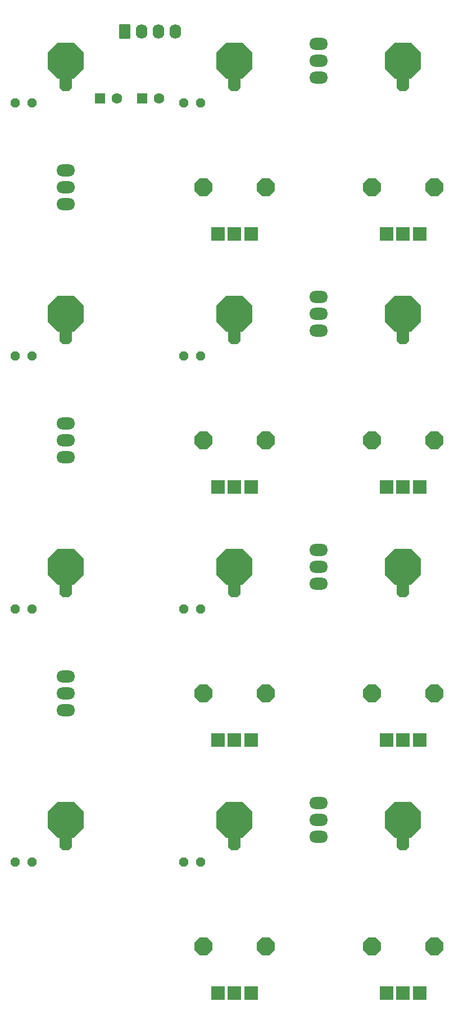
<source format=gbr>
%TF.GenerationSoftware,KiCad,Pcbnew,8.0.6*%
%TF.CreationDate,2025-04-05T08:59:43-04:00*%
%TF.ProjectId,Blinds4U,426c696e-6473-4345-952e-6b696361645f,rev?*%
%TF.SameCoordinates,Original*%
%TF.FileFunction,Soldermask,Bot*%
%TF.FilePolarity,Negative*%
%FSLAX46Y46*%
G04 Gerber Fmt 4.6, Leading zero omitted, Abs format (unit mm)*
G04 Created by KiCad (PCBNEW 8.0.6) date 2025-04-05 08:59:43*
%MOMM*%
%LPD*%
G01*
G04 APERTURE LIST*
G04 Aperture macros list*
%AMRoundRect*
0 Rectangle with rounded corners*
0 $1 Rounding radius*
0 $2 $3 $4 $5 $6 $7 $8 $9 X,Y pos of 4 corners*
0 Add a 4 corners polygon primitive as box body*
4,1,4,$2,$3,$4,$5,$6,$7,$8,$9,$2,$3,0*
0 Add four circle primitives for the rounded corners*
1,1,$1+$1,$2,$3*
1,1,$1+$1,$4,$5*
1,1,$1+$1,$6,$7*
1,1,$1+$1,$8,$9*
0 Add four rect primitives between the rounded corners*
20,1,$1+$1,$2,$3,$4,$5,0*
20,1,$1+$1,$4,$5,$6,$7,0*
20,1,$1+$1,$6,$7,$8,$9,0*
20,1,$1+$1,$8,$9,$2,$3,0*%
%AMOutline5P*
0 Free polygon, 5 corners , with rotation*
0 The origin of the aperture is its center*
0 number of corners: always 5*
0 $1 to $10 corner X, Y*
0 $11 Rotation angle, in degrees counterclockwise*
0 create outline with 5 corners*
4,1,5,$1,$2,$3,$4,$5,$6,$7,$8,$9,$10,$1,$2,$11*%
%AMOutline6P*
0 Free polygon, 6 corners , with rotation*
0 The origin of the aperture is its center*
0 number of corners: always 6*
0 $1 to $12 corner X, Y*
0 $13 Rotation angle, in degrees counterclockwise*
0 create outline with 6 corners*
4,1,6,$1,$2,$3,$4,$5,$6,$7,$8,$9,$10,$11,$12,$1,$2,$13*%
%AMOutline7P*
0 Free polygon, 7 corners , with rotation*
0 The origin of the aperture is its center*
0 number of corners: always 7*
0 $1 to $14 corner X, Y*
0 $15 Rotation angle, in degrees counterclockwise*
0 create outline with 7 corners*
4,1,7,$1,$2,$3,$4,$5,$6,$7,$8,$9,$10,$11,$12,$13,$14,$1,$2,$15*%
%AMOutline8P*
0 Free polygon, 8 corners , with rotation*
0 The origin of the aperture is its center*
0 number of corners: always 8*
0 $1 to $16 corner X, Y*
0 $17 Rotation angle, in degrees counterclockwise*
0 create outline with 8 corners*
4,1,8,$1,$2,$3,$4,$5,$6,$7,$8,$9,$10,$11,$12,$13,$14,$15,$16,$1,$2,$17*%
%AMFreePoly0*
4,1,21,0.422360,0.947373,0.427262,0.942882,0.942882,0.427262,0.964910,0.380021,0.965200,0.373380,0.965200,-0.889000,0.947373,-0.937980,0.902232,-0.964042,0.889000,-0.965200,-0.889000,-0.965200,-0.937980,-0.947373,-0.964042,-0.902232,-0.965200,-0.889000,-0.965200,0.373380,-0.947373,0.422360,-0.942882,0.427262,-0.427262,0.942882,-0.380021,0.964910,-0.373380,0.965200,0.373380,0.965200,
0.422360,0.947373,0.422360,0.947373,$1*%
%AMFreePoly1*
4,1,25,0.301485,0.667973,0.306387,0.663482,0.663482,0.306387,0.685510,0.259146,0.685800,0.252505,0.685800,-0.252505,0.667973,-0.301485,0.663482,-0.306387,0.306387,-0.663482,0.259146,-0.685510,0.252505,-0.685800,-0.252505,-0.685800,-0.301485,-0.667973,-0.306387,-0.663482,-0.663482,-0.306387,-0.685510,-0.259146,-0.685800,-0.252505,-0.685800,0.252505,-0.667973,0.301485,-0.663482,0.306387,
-0.306387,0.663482,-0.259146,0.685510,-0.252505,0.685800,0.252505,0.685800,0.301485,0.667973,0.301485,0.667973,$1*%
%AMFreePoly2*
4,1,25,0.575031,1.328373,0.579933,1.323882,1.323882,0.579933,1.345910,0.532692,1.346200,0.526051,1.346200,-0.526051,1.328373,-0.575031,1.323882,-0.579933,0.579933,-1.323882,0.532692,-1.345910,0.526051,-1.346200,-0.526051,-1.346200,-0.575031,-1.328373,-0.579933,-1.323882,-1.323882,-0.579933,-1.345910,-0.532692,-1.346200,-0.526051,-1.346200,0.526051,-1.328373,0.575031,-1.323882,0.579933,
-0.579933,1.323882,-0.532692,1.345910,-0.526051,1.346200,0.526051,1.346200,0.575031,1.328373,0.575031,1.328373,$1*%
G04 Aperture macros list end*
%ADD10R,1.600000X1.600000*%
%ADD11C,1.600000*%
%ADD12Outline8P,-2.750000X1.210000X-1.210000X2.750000X1.210000X2.750000X2.750000X1.210000X2.750000X-1.210000X1.210000X-2.750000X-1.210000X-2.750000X-2.750000X-1.210000X0.000000*%
%ADD13FreePoly0,180.000000*%
%ADD14RoundRect,0.250000X-0.620000X-0.845000X0.620000X-0.845000X0.620000X0.845000X-0.620000X0.845000X0*%
%ADD15O,1.740000X2.190000*%
%ADD16O,2.804000X1.804000*%
%ADD17FreePoly1,180.000000*%
%ADD18FreePoly1,0.000000*%
%ADD19RoundRect,0.076200X0.939800X-0.939800X0.939800X0.939800X-0.939800X0.939800X-0.939800X-0.939800X0*%
%ADD20FreePoly2,90.000000*%
G04 APERTURE END LIST*
D10*
%TO.C,C1*%
X59754888Y-40640000D03*
D11*
X62254888Y-40640000D03*
%TD*%
D12*
%TO.C,REF\u002A\u002A*%
X73660000Y-149225000D03*
D13*
X73660000Y-152835000D03*
%TD*%
D12*
%TO.C,REF\u002A\u002A*%
X48260000Y-149225000D03*
D13*
X48260000Y-152835000D03*
%TD*%
D10*
%TO.C,C2*%
X53404887Y-40640000D03*
D11*
X55904887Y-40640000D03*
%TD*%
D12*
%TO.C,REF\u002A\u002A*%
X73660000Y-34925000D03*
D13*
X73660000Y-38535000D03*
%TD*%
D12*
%TO.C,REF\u002A\u002A*%
X99060000Y-73025000D03*
D13*
X99060000Y-76635000D03*
%TD*%
D12*
%TO.C,REF\u002A\u002A*%
X99060000Y-111125000D03*
D13*
X99060000Y-114735000D03*
%TD*%
D12*
%TO.C,REF\u002A\u002A*%
X99060000Y-149225000D03*
D13*
X99060000Y-152835000D03*
%TD*%
D12*
%TO.C,REF\u002A\u002A*%
X48260000Y-34925000D03*
D13*
X48260000Y-38535000D03*
%TD*%
D12*
%TO.C,REF\u002A\u002A*%
X99060000Y-34925000D03*
D13*
X99060000Y-38535000D03*
%TD*%
D12*
%TO.C,REF\u002A\u002A*%
X73660000Y-111125000D03*
D13*
X73660000Y-114735000D03*
%TD*%
D14*
%TO.C,REF\u002A\u002A*%
X57150000Y-30500000D03*
D15*
X59690000Y-30500000D03*
X62230000Y-30500000D03*
X64770000Y-30500000D03*
%TD*%
D12*
%TO.C,REF\u002A\u002A*%
X48260000Y-73025000D03*
D13*
X48260000Y-76635000D03*
%TD*%
D12*
%TO.C,REF\u002A\u002A*%
X73660000Y-73025000D03*
D13*
X73660000Y-76635000D03*
%TD*%
D12*
%TO.C,REF\u002A\u002A*%
X48260000Y-111125000D03*
D13*
X48260000Y-114735000D03*
%TD*%
D16*
%TO.C,Out3SW*%
X48260000Y-127635000D03*
X48260000Y-130175000D03*
X48260000Y-132715000D03*
%TD*%
D17*
%TO.C,LED7*%
X43180000Y-155575000D03*
X40640000Y-155575000D03*
%TD*%
%TO.C,LED5*%
X43180000Y-117475000D03*
X40640000Y-117475000D03*
%TD*%
D18*
%TO.C,LED4*%
X66040000Y-79375000D03*
X68580000Y-79375000D03*
%TD*%
D17*
%TO.C,LED3*%
X43180000Y-79375000D03*
X40640000Y-79375000D03*
%TD*%
D16*
%TO.C,In3SW*%
X86360000Y-108585000D03*
X86360000Y-111125000D03*
X86360000Y-113665000D03*
%TD*%
D19*
%TO.C,R64*%
X96560000Y-137175000D03*
X99060000Y-137175000D03*
X101560000Y-137175000D03*
D20*
X94360000Y-130175000D03*
X103760000Y-130175000D03*
%TD*%
D19*
%TO.C,R65*%
X71160000Y-137175000D03*
X73660000Y-137175000D03*
X76160000Y-137175000D03*
D20*
X68960000Y-130175000D03*
X78360000Y-130175000D03*
%TD*%
D18*
%TO.C,LED6*%
X66040000Y-117475000D03*
X68580000Y-117475000D03*
%TD*%
%TO.C,LED8*%
X66040000Y-155575000D03*
X68580000Y-155575000D03*
%TD*%
D19*
%TO.C,R98*%
X71160000Y-175275000D03*
X73660000Y-175275000D03*
X76160000Y-175275000D03*
D20*
X68960000Y-168275000D03*
X78360000Y-168275000D03*
%TD*%
D19*
%TO.C,R4*%
X96560000Y-60975000D03*
X99060000Y-60975000D03*
X101560000Y-60975000D03*
D20*
X94360000Y-53975000D03*
X103760000Y-53975000D03*
%TD*%
D17*
%TO.C,LED1*%
X43180000Y-41275000D03*
X40640000Y-41275000D03*
%TD*%
D16*
%TO.C,In2SW*%
X86360000Y-70485000D03*
X86360000Y-73025000D03*
X86360000Y-75565000D03*
%TD*%
%TO.C,Out1SW*%
X48260000Y-51435000D03*
X48260000Y-53975000D03*
X48260000Y-56515000D03*
%TD*%
%TO.C,Out2SW*%
X48260000Y-89535000D03*
X48260000Y-92075000D03*
X48260000Y-94615000D03*
%TD*%
D19*
%TO.C,R5*%
X71160000Y-60975000D03*
X73660000Y-60975000D03*
X76160000Y-60975000D03*
D20*
X68960000Y-53975000D03*
X78360000Y-53975000D03*
%TD*%
D16*
%TO.C,In1SW*%
X86360000Y-32385000D03*
X86360000Y-34925000D03*
X86360000Y-37465000D03*
%TD*%
%TO.C,In4SW*%
X86360000Y-146685000D03*
X86360000Y-149225000D03*
X86360000Y-151765000D03*
%TD*%
D19*
%TO.C,R36*%
X96560000Y-99075000D03*
X99060000Y-99075000D03*
X101560000Y-99075000D03*
D20*
X94360000Y-92075000D03*
X103760000Y-92075000D03*
%TD*%
D19*
%TO.C,R97*%
X96560000Y-175275000D03*
X99060000Y-175275000D03*
X101560000Y-175275000D03*
D20*
X94360000Y-168275000D03*
X103760000Y-168275000D03*
%TD*%
D18*
%TO.C,LED2*%
X66040000Y-41275000D03*
X68580000Y-41275000D03*
%TD*%
D19*
%TO.C,R37*%
X71160000Y-99075000D03*
X73660000Y-99075000D03*
X76160000Y-99075000D03*
D20*
X68960000Y-92075000D03*
X78360000Y-92075000D03*
%TD*%
M02*

</source>
